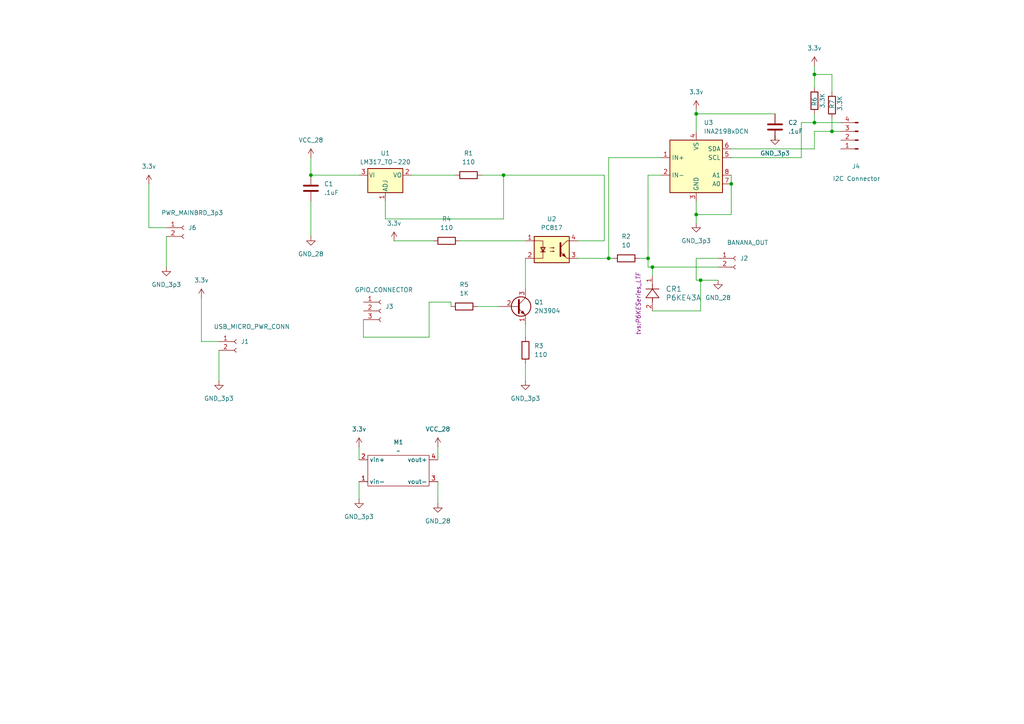
<source format=kicad_sch>
(kicad_sch (version 20231120) (generator "eeschema") (generator_version "8.0")
  (paper "A4")
  (lib_symbols
    (symbol "Connector:Conn_01x02_Socket" (pin_names (offset 1.016) hide)
      (property "Reference" "J" (at 0 2.54 0))
      (property "Value" "Conn_01x02_Socket" (at 0 -5.08 0))
      (symbol "Conn_01x02_Socket_1_1"
        (arc (start 0 -2.032) (mid -0.5058 -2.54) (end 0 -3.048) (stroke (width 0.1524)))
        (polyline (pts (xy -1.27 -2.54) (xy -0.508 -2.54)) (stroke (width 0.1524)))
        (polyline (pts (xy -1.27 0) (xy -0.508 0)) (stroke (width 0.1524)))
        (arc (start 0 0.508) (mid -0.5058 0) (end 0 -0.508) (stroke (width 0.1524)))
        (pin passive line (at -5.08 0 0) (length 3.81) (name "Pin_1") (number "1"))
        (pin passive line (at -5.08 -2.54 0) (length 3.81) (name "Pin_2") (number "2"))
      )
    )
    (symbol "Connector:Conn_01x03_Socket" (pin_names (offset 1.016) hide)
      (property "Reference" "J" (at 0 5.08 0))
      (property "Value" "Conn_01x03_Socket" (at 0 -5.08 0))
      (symbol "Conn_01x03_Socket_1_1"
        (arc (start 0 -2.032) (mid -0.5058 -2.54) (end 0 -3.048) (stroke (width 0.1524)))
        (polyline (pts (xy -1.27 -2.54) (xy -0.508 -2.54)) (stroke (width 0.1524)))
        (polyline (pts (xy -1.27 0) (xy -0.508 0)) (stroke (width 0.1524)))
        (polyline (pts (xy -1.27 2.54) (xy -0.508 2.54)) (stroke (width 0.1524)))
        (arc (start 0 0.508) (mid -0.5058 0) (end 0 -0.508) (stroke (width 0.1524)))
        (arc (start 0 3.048) (mid -0.5058 2.54) (end 0 2.032) (stroke (width 0.1524)))
        (pin passive line (at -5.08 2.54 0) (length 3.81) (name "Pin_1") (number "1"))
        (pin passive line (at -5.08 0 0) (length 3.81) (name "Pin_2") (number "2"))
        (pin passive line (at -5.08 -2.54 0) (length 3.81) (name "Pin_3") (number "3"))
      )
    )
    (symbol "Connector:Conn_01x04_Pin" (pin_names (offset 1.016) hide)
      (property "Reference" "J" (at 0 5.08 0))
      (property "Value" "Conn_01x04_Pin" (at 0 -7.62 0))
      (symbol "Conn_01x04_Pin_1_1"
        (polyline (pts (xy 1.27 -5.08) (xy 0.8636 -5.08)) (stroke (width 0.1524)))
        (polyline (pts (xy 1.27 -2.54) (xy 0.8636 -2.54)) (stroke (width 0.1524)))
        (polyline (pts (xy 1.27 0) (xy 0.8636 0)) (stroke (width 0.1524)))
        (polyline (pts (xy 1.27 2.54) (xy 0.8636 2.54)) (stroke (width 0.1524)))
        (rectangle (start 0.8636 -4.953) (end 0 -5.207) (stroke (width 0.1524)) (fill (type outline)))
        (rectangle (start 0.8636 -2.413) (end 0 -2.667) (stroke (width 0.1524)) (fill (type outline)))
        (rectangle (start 0.8636 0.127) (end 0 -0.127) (stroke (width 0.1524)) (fill (type outline)))
        (rectangle (start 0.8636 2.667) (end 0 2.413) (stroke (width 0.1524)) (fill (type outline)))
        (pin passive line (at 5.08 2.54 180) (length 3.81) (name "Pin_1") (number "1"))
        (pin passive line (at 5.08 0 180) (length 3.81) (name "Pin_2") (number "2"))
        (pin passive line (at 5.08 -2.54 180) (length 3.81) (name "Pin_3") (number "3"))
        (pin passive line (at 5.08 -5.08 180) (length 3.81) (name "Pin_4") (number "4"))
      )
    )
    (symbol "Device:C" (pin_numbers hide) (pin_names (offset 0.254))
      (property "Reference" "C" (at 0.635 2.54 0))
      (property "Value" "C" (at 0.635 -2.54 0))
      (symbol "C_0_1"
        (polyline (pts (xy -2.032 -0.762) (xy 2.032 -0.762)) (stroke (width 0.508)))
        (polyline (pts (xy -2.032 0.762) (xy 2.032 0.762)) (stroke (width 0.508)))
      )
      (symbol "C_1_1"
        (pin passive line (at 0 3.81 270) (length 2.794) (name "~") (number "1"))
        (pin passive line (at 0 -3.81 90) (length 2.794) (name "~") (number "2"))
      )
    )
    (symbol "Device:R" (pin_numbers hide) (pin_names (offset 0))
      (property "Reference" "R" (at 2.032 0 90))
      (property "Value" "R" (at 0 0 90))
      (symbol "R_0_1"
        (rectangle (start -1.016 -2.54) (end 1.016 2.54) (stroke (width 0.254)))
      )
      (symbol "R_1_1"
        (pin passive line (at 0 3.81 270) (length 1.27) (name "~") (number "1"))
        (pin passive line (at 0 -3.81 90) (length 1.27) (name "~") (number "2"))
      )
    )
    (symbol "Isolator:PC817" (pin_names (offset 1.016))
      (property "Reference" "U" (at -5.08 5.08 0))
      (property "Value" "PC817" (at 0 5.08 0))
      (symbol "PC817_0_1"
        (rectangle (start -5.08 3.81) (end 5.08 -3.81) (stroke (width 0.254)) (fill (type background)))
        (polyline (pts (xy -3.175 -0.635) (xy -1.905 -0.635)) (stroke (width 0.254)))
        (polyline (pts (xy 2.54 0.635) (xy 4.445 2.54)))
        (polyline (pts (xy 4.445 -2.54) (xy 2.54 -0.635)) (fill (type outline)))
        (polyline (pts (xy 4.445 -2.54) (xy 5.08 -2.54)))
        (polyline (pts (xy 4.445 2.54) (xy 5.08 2.54)))
        (polyline (pts (xy -5.08 2.54) (xy -2.54 2.54) (xy -2.54 -0.635)))
        (polyline (pts (xy -2.54 -0.635) (xy -2.54 -2.54) (xy -5.08 -2.54)))
        (polyline (pts (xy 2.54 1.905) (xy 2.54 -1.905) (xy 2.54 -1.905)) (stroke (width 0.508)))
        (polyline (pts (xy -2.54 -0.635) (xy -3.175 0.635) (xy -1.905 0.635) (xy -2.54 -0.635)) (stroke (width 0.254)))
        (polyline (pts (xy -0.508 -0.508) (xy 0.762 -0.508) (xy 0.381 -0.635) (xy 0.381 -0.381) (xy 0.762 -0.508)))
        (polyline (pts (xy -0.508 0.508) (xy 0.762 0.508) (xy 0.381 0.381) (xy 0.381 0.635) (xy 0.762 0.508)))
        (polyline (pts (xy 3.048 -1.651) (xy 3.556 -1.143) (xy 4.064 -2.159) (xy 3.048 -1.651) (xy 3.048 -1.651)) (fill (type outline)))
      )
      (symbol "PC817_1_1"
        (pin passive line (at -7.62 2.54 0) (length 2.54) (name "~") (number "1"))
        (pin passive line (at -7.62 -2.54 0) (length 2.54) (name "~") (number "2"))
        (pin passive line (at 7.62 -2.54 180) (length 2.54) (name "~") (number "3"))
        (pin passive line (at 7.62 2.54 180) (length 2.54) (name "~") (number "4"))
      )
    )
    (symbol "PWR_MODULES:MT3608_USB"
      (property "Reference" "M" (at 6.604 -1.27 0))
      (symbol "MT3608_USB_0_1"
        (rectangle (start -1.27 8.89) (end 16.51 0))
      )
      (symbol "MT3608_USB_1_1"
        (pin input line (at -3.81 1.27 0) (length 2.54) (name "vin-") (number "1"))
        (pin input line (at -3.81 7.62 0) (length 2.54) (name "vin+") (number "2"))
        (pin input line (at 19.05 1.27 180) (length 2.54) (name "vout-") (number "3"))
        (pin input line (at 19.05 7.62 180) (length 2.54) (name "vout+") (number "4"))
      )
    )
    (symbol "Regulator_Linear:LM317_TO-220" (pin_names (offset 0.254))
      (property "Reference" "U" (at -3.81 3.175 0))
      (property "Value" "LM317_TO-220" (at 0 3.175 0))
      (symbol "LM317_TO-220_0_1"
        (rectangle (start -5.08 1.905) (end 5.08 -5.08) (stroke (width 0.254)) (fill (type background)))
      )
      (symbol "LM317_TO-220_1_1"
        (pin input line (at 0 -7.62 90) (length 2.54) (name "ADJ") (number "1"))
        (pin power_out line (at 7.62 0 180) (length 2.54) (name "VO") (number "2"))
        (pin power_in line (at -7.62 0 0) (length 2.54) (name "VI") (number "3"))
      )
    )
    (symbol "Sensor_Energy:INA219BxDCN"
      (property "Reference" "U" (at -6.35 8.89 0))
      (property "Value" "INA219BxDCN" (at 6.35 8.89 0))
      (symbol "INA219BxDCN_0_1"
        (rectangle (start -7.62 7.62) (end 7.62 -7.62) (stroke (width 0.254)) (fill (type background)))
      )
      (symbol "INA219BxDCN_1_1"
        (pin input line (at -10.16 2.54 0) (length 2.54) (name "IN+") (number "1"))
        (pin input line (at -10.16 -2.54 0) (length 2.54) (name "IN-") (number "2"))
        (pin power_in line (at 0 -10.16 90) (length 2.54) (name "GND") (number "3"))
        (pin power_in line (at 0 10.16 270) (length 2.54) (name "VS") (number "4"))
        (pin input line (at 10.16 2.54 180) (length 2.54) (name "SCL") (number "5"))
        (pin bidirectional line (at 10.16 5.08 180) (length 2.54) (name "SDA") (number "6"))
        (pin input line (at 10.16 -5.08 180) (length 2.54) (name "A0") (number "7"))
        (pin input line (at 10.16 -2.54 180) (length 2.54) (name "A1") (number "8"))
      )
    )
    (symbol "TVS_P6KE43A:P6KE43A" (pin_names (offset 0.254))
      (property "Reference" "CR" (at 5.08 4.445 0))
      (property "Value" "P6KE43A" (at 5.08 -3.81 0))
      (symbol "P6KE43A_1_1"
        (polyline (pts (xy 2.54 0) (xy 3.4798 0)) (stroke (width 0.2032)))
        (polyline (pts (xy 3.175 0) (xy 3.81 0)) (stroke (width 0.2032)))
        (polyline (pts (xy 3.81 -1.905) (xy 6.35 0)) (stroke (width 0.2032)))
        (polyline (pts (xy 3.81 1.905) (xy 3.81 -1.905)) (stroke (width 0.2032)))
        (polyline (pts (xy 6.35 -1.905) (xy 6.35 1.905)) (stroke (width 0.2032)))
        (polyline (pts (xy 6.35 0) (xy 3.81 1.905)) (stroke (width 0.2032)))
        (polyline (pts (xy 6.35 0) (xy 7.62 0)) (stroke (width 0.2032)))
        (pin unspecified line (at 10.16 0 180) (length 2.54) (name "") (number "1"))
        (pin unspecified line (at 0 0 0) (length 2.54) (name "") (number "2"))
      )
      (symbol "P6KE43A_1_2"
        (polyline (pts (xy -1.905 3.81) (xy 1.905 3.81)) (stroke (width 0.2032)))
        (polyline (pts (xy 0 2.54) (xy 0 3.4798)) (stroke (width 0.2032)))
        (polyline (pts (xy 0 3.175) (xy 0 3.81)) (stroke (width 0.2032)))
        (polyline (pts (xy 0 6.35) (xy -1.905 3.81)) (stroke (width 0.2032)))
        (polyline (pts (xy 0 6.35) (xy 0 7.62)) (stroke (width 0.2032)))
        (polyline (pts (xy 1.905 3.81) (xy 0 6.35)) (stroke (width 0.2032)))
        (polyline (pts (xy 1.905 6.35) (xy -1.905 6.35)) (stroke (width 0.2032)))
        (pin unspecified line (at 0 10.16 270) (length 2.54) (name "") (number "1"))
        (pin unspecified line (at 0 0 90) (length 2.54) (name "") (number "2"))
      )
    )
    (symbol "Transistor_BJT:2N3904" (pin_names (offset 0) hide)
      (property "Reference" "Q" (at 5.08 1.905 0))
      (property "Value" "2N3904" (at 5.08 0 0))
      (symbol "2N3904_0_1"
        (polyline (pts (xy 0.635 0.635) (xy 2.54 2.54)))
        (polyline (pts (xy 0.635 -0.635) (xy 2.54 -2.54) (xy 2.54 -2.54)))
        (polyline (pts (xy 0.635 1.905) (xy 0.635 -1.905) (xy 0.635 -1.905)) (stroke (width 0.508)))
        (polyline (pts (xy 1.27 -1.778) (xy 1.778 -1.27) (xy 2.286 -2.286) (xy 1.27 -1.778) (xy 1.27 -1.778)) (fill (type outline)))
        (circle (center 1.27 0) (radius 2.8194) (stroke (width 0.254)))
      )
      (symbol "2N3904_1_1"
        (pin passive line (at 2.54 -5.08 90) (length 2.54) (name "E") (number "1"))
        (pin passive line (at -5.08 0 0) (length 5.715) (name "B") (number "2"))
        (pin passive line (at 2.54 5.08 270) (length 2.54) (name "C") (number "3"))
      )
    )
    (symbol "power:GND" (power) (pin_numbers hide) (pin_names (offset 0) hide)
      (property "Value" "GND" (at 0 -3.81 0))
      (symbol "GND_0_1"
        (polyline (pts (xy 0 0) (xy 0 -1.27) (xy 1.27 -1.27) (xy 0 -2.54) (xy -1.27 -1.27) (xy 0 -1.27)))
      )
      (symbol "GND_1_1"
        (pin power_in line (at 0 0 270) (length 0) (name "~") (number "1"))
      )
    )
    (symbol "power:VCC" (power) (pin_numbers hide) (pin_names (offset 0) hide)
      (property "Value" "VCC" (at 0 3.556 0))
      (symbol "VCC_0_1"
        (polyline (pts (xy -0.762 1.27) (xy 0 2.54)))
        (polyline (pts (xy 0 0) (xy 0 2.54)))
        (polyline (pts (xy 0 2.54) (xy 0.762 1.27)))
      )
      (symbol "VCC_1_1"
        (pin power_in line (at 0 0 90) (length 0) (name "~") (number "1"))
      )
    )
  )
  (junction (at 189.23 77.47))
  (junction (at 90.17 50.8))
  (junction (at 201.93 62.23))
  (junction (at 212.09 53.34))
  (junction (at 236.22 35.56))
  (junction (at 146.05 50.8))
  (junction (at 201.93 33.02))
  (junction (at 187.96 74.93))
  (junction (at 236.22 21.59))
  (junction (at 203.2 81.28))
  (junction (at 176.53 74.93))
  (junction (at 241.3 38.1))
  (wire (pts (xy 127 129.54) (xy 127 133.35)))
  (wire (pts (xy 187.96 50.8) (xy 187.96 74.93)))
  (wire (pts (xy 119.38 50.8) (xy 132.08 50.8)))
  (wire (pts (xy 43.18 53.34) (xy 43.18 66.04)))
  (wire (pts (xy 191.77 45.72) (xy 176.53 45.72)))
  (wire (pts (xy 152.4 105.41) (xy 152.4 110.49)))
  (wire (pts (xy 90.17 50.8) (xy 104.14 50.8)))
  (wire (pts (xy 43.18 66.04) (xy 48.26 66.04)))
  (wire (pts (xy 48.26 68.58) (xy 48.26 77.47)))
  (wire (pts (xy 58.42 99.06) (xy 63.5 99.06)))
  (wire (pts (xy 236.22 19.05) (xy 236.22 21.59)))
  (wire (pts (xy 114.3 69.85) (xy 125.73 69.85)))
  (wire (pts (xy 208.28 74.93) (xy 201.93 74.93)))
  (wire (pts (xy 232.41 35.56) (xy 236.22 35.56)))
  (wire (pts (xy 212.09 53.34) (xy 212.09 62.23)))
  (wire (pts (xy 236.22 43.18) (xy 236.22 38.1)))
  (wire (pts (xy 175.26 69.85) (xy 175.26 50.8)))
  (wire (pts (xy 146.05 63.5) (xy 111.76 63.5)))
  (wire (pts (xy 212.09 62.23) (xy 201.93 62.23)))
  (wire (pts (xy 185.42 74.93) (xy 187.96 74.93)))
  (wire (pts (xy 241.3 26.67) (xy 241.3 21.59)))
  (wire (pts (xy 152.4 74.93) (xy 152.4 83.82)))
  (wire (pts (xy 189.23 77.47) (xy 187.96 77.47)))
  (wire (pts (xy 201.93 33.02) (xy 201.93 38.1)))
  (wire (pts (xy 127 139.7) (xy 127 146.05)))
  (wire (pts (xy 224.79 39.37) (xy 224.79 40.64)))
  (wire (pts (xy 201.93 33.02) (xy 224.79 33.02)))
  (wire (pts (xy 124.46 97.79) (xy 124.46 87.63)))
  (wire (pts (xy 201.93 81.28) (xy 203.2 81.28)))
  (wire (pts (xy 203.2 90.17) (xy 203.2 81.28)))
  (wire (pts (xy 58.42 86.36) (xy 58.42 99.06)))
  (wire (pts (xy 105.41 92.71) (xy 105.41 97.79)))
  (wire (pts (xy 152.4 93.98) (xy 152.4 97.79)))
  (wire (pts (xy 236.22 21.59) (xy 236.22 25.4)))
  (wire (pts (xy 201.93 31.75) (xy 201.93 33.02)))
  (wire (pts (xy 138.43 88.9) (xy 144.78 88.9)))
  (wire (pts (xy 90.17 58.42) (xy 90.17 68.58)))
  (wire (pts (xy 167.64 69.85) (xy 175.26 69.85)))
  (wire (pts (xy 104.14 129.54) (xy 104.14 133.35)))
  (wire (pts (xy 176.53 45.72) (xy 176.53 74.93)))
  (wire (pts (xy 176.53 74.93) (xy 177.8 74.93)))
  (wire (pts (xy 201.93 58.42) (xy 201.93 62.23)))
  (wire (pts (xy 146.05 50.8) (xy 146.05 63.5)))
  (wire (pts (xy 236.22 38.1) (xy 241.3 38.1)))
  (wire (pts (xy 133.35 69.85) (xy 152.4 69.85)))
  (wire (pts (xy 241.3 34.29) (xy 241.3 38.1)))
  (wire (pts (xy 201.93 62.23) (xy 201.93 64.77)))
  (wire (pts (xy 187.96 77.47) (xy 187.96 74.93)))
  (wire (pts (xy 105.41 97.79) (xy 124.46 97.79)))
  (wire (pts (xy 175.26 50.8) (xy 146.05 50.8)))
  (wire (pts (xy 139.7 50.8) (xy 146.05 50.8)))
  (wire (pts (xy 201.93 74.93) (xy 201.93 81.28)))
  (wire (pts (xy 189.23 90.17) (xy 203.2 90.17)))
  (wire (pts (xy 212.09 50.8) (xy 212.09 53.34)))
  (wire (pts (xy 167.64 74.93) (xy 176.53 74.93)))
  (wire (pts (xy 236.22 35.56) (xy 243.84 35.56)))
  (wire (pts (xy 232.41 45.72) (xy 232.41 35.56)))
  (wire (pts (xy 208.28 77.47) (xy 189.23 77.47)))
  (wire (pts (xy 236.22 33.02) (xy 236.22 35.56)))
  (wire (pts (xy 90.17 45.72) (xy 90.17 50.8)))
  (wire (pts (xy 212.09 45.72) (xy 232.41 45.72)))
  (wire (pts (xy 111.76 58.42) (xy 111.76 63.5)))
  (wire (pts (xy 241.3 21.59) (xy 236.22 21.59)))
  (wire (pts (xy 104.14 139.7) (xy 104.14 144.78)))
  (wire (pts (xy 63.5 101.6) (xy 63.5 110.49)))
  (wire (pts (xy 191.77 50.8) (xy 187.96 50.8)))
  (wire (pts (xy 189.23 77.47) (xy 189.23 80.01)))
  (wire (pts (xy 241.3 38.1) (xy 243.84 38.1)))
  (wire (pts (xy 203.2 81.28) (xy 208.28 81.28)))
  (wire (pts (xy 130.81 87.63) (xy 130.81 88.9)))
  (wire (pts (xy 124.46 87.63) (xy 130.81 87.63)))
  (wire (pts (xy 212.09 43.18) (xy 236.22 43.18)))
  (symbol (lib_id "power:VCC") (at 201.93 31.75 0) (unit 1)
    (property "Reference" "#PWR08" (effects (hide yes)))
    (property "Value" "3.3v" (at 201.93 26.67 0))
    (property "Description" "Power symbol creates a global label with name \"VCC\"" (effects (hide yes)))
  )
  (symbol (lib_id "power:GND") (at 152.4 110.49 0) (unit 1)
    (property "Reference" "#PWR02" (effects (hide yes)))
    (property "Value" "GND_3p3" (at 152.4 115.57 0))
    (property "Description" "Power symbol creates a global label with name \"GND\" , ground" (effects (hide yes)))
  )
  (symbol (lib_id "PWR_MODULES:MT3608_USB") (at 107.95 140.97 0) (unit 1)
    (property "Reference" "M1" (at 115.57 128.27 0))
    (property "Value" "~" (at 115.57 130.81 0))
    (property "Footprint" "PWR_MODULES:CMT3608_PWR_MODULE_w_USB" (effects (hide yes)))
  )
  (symbol (lib_id "power:VCC") (at 114.3 69.85 0) (unit 1)
    (property "Reference" "#PWR04" (effects (hide yes)))
    (property "Value" "3.3v" (at 114.3 64.77 0))
    (property "Description" "Power symbol creates a global label with name \"VCC\"" (effects (hide yes)))
  )
  (symbol (lib_id "power:VCC") (at 127 129.54 0) (unit 1)
    (property "Reference" "#PWR012" (effects (hide yes)))
    (property "Value" "VCC_28" (at 127 124.46 0))
    (property "Description" "Power symbol creates a global label with name \"VCC\"" (effects (hide yes)))
  )
  (symbol (lib_id "Device:R") (at 134.62 88.9 90) (unit 1)
    (property "Reference" "R5" (at 134.62 82.55 90))
    (property "Value" "1K" (at 134.62 85.09 90))
    (property "Footprint" "Resistor_THT:R_Axial_DIN0207_L6.3mm_D2.5mm_P7.62mm_Horizontal" (effects (hide yes)))
    (property "Description" "Resistor" (effects (hide yes)))
  )
  (symbol (lib_id "power:VCC") (at 90.17 45.72 0) (unit 1)
    (property "Reference" "#PWR018" (effects (hide yes)))
    (property "Value" "VCC_28" (at 90.17 40.64 0))
    (property "Description" "Power symbol creates a global label with name \"VCC\"" (effects (hide yes)))
  )
  (symbol (lib_id "Device:R") (at 129.54 69.85 90) (unit 1)
    (property "Reference" "R4" (at 129.54 63.5 90))
    (property "Value" "110" (at 129.54 66.04 90))
    (property "Footprint" "Resistor_THT:R_Axial_DIN0207_L6.3mm_D2.5mm_P7.62mm_Horizontal" (effects (hide yes)))
    (property "Description" "Resistor" (effects (hide yes)))
  )
  (symbol (lib_id "Device:R") (at 241.3 30.48 0) (mirror x) (unit 1)
    (property "Reference" "R7" (at 241.3 30.226 90))
    (property "Value" "3.3K" (at 243.586 29.972 90))
    (property "Footprint" "Resistor_THT:R_Axial_DIN0207_L6.3mm_D2.5mm_P7.62mm_Horizontal" (effects (hide yes)))
    (property "Description" "Resistor" (effects (hide yes)))
  )
  (symbol (lib_id "power:GND") (at 127 146.05 0) (unit 1)
    (property "Reference" "#PWR013" (effects (hide yes)))
    (property "Value" "GND_28" (at 127 151.13 0))
    (property "Description" "Power symbol creates a global label with name \"GND\" , ground" (effects (hide yes)))
  )
  (symbol (lib_id "Isolator:PC817") (at 160.02 72.39 0) (unit 1)
    (property "Reference" "U2" (at 160.02 63.5 0))
    (property "Value" "PC817" (at 160.02 66.04 0))
    (property "Footprint" "Package_DIP:DIP-4_W7.62mm" (effects (hide yes)))
    (property "Datasheet" "http://www.soselectronic.cz/a_info/resource/d/pc817.pdf" (effects (hide yes)))
    (property "Description" "DC Optocoupler, Vce 35V, CTR 50-300%, DIP-4" (effects (hide yes)))
  )
  (symbol (lib_id "Connector:Conn_01x04_Pin") (at 248.92 40.64 180) (unit 1)
    (property "Reference" "J4" (at 248.285 48.26 0))
    (property "Value" "I2C Connector" (at 248.412 51.816 0))
    (property "Footprint" "Connector_JST:JST_PH_B4B-PH-K_1x04_P2.00mm_Vertical" (effects (hide yes)))
    (property "Description" "Generic connector, single row, 01x04, script generated" (effects (hide yes)))
  )
  (symbol (lib_id "Connector:Conn_01x02_Socket") (at 213.36 74.93 0) (unit 1)
    (property "Reference" "J2" (at 214.63 74.9299 0) (effects (justify left)))
    (property "Value" "BANANA_OUT" (at 210.82 70.358 0) (effects (justify left)))
    (property "Footprint" "Connector_JST:JST_PH_B2B-PH-K_1x02_P2.00mm_Vertical" (effects (hide yes)))
    (property "Description" "Generic connector, single row, 01x02, script generated" (effects (hide yes)))
  )
  (symbol (lib_id "Connector:Conn_01x02_Socket") (at 68.58 99.06 0) (unit 1)
    (property "Reference" "J1" (at 69.85 99.0599 0) (effects (justify left)))
    (property "Value" "USB_MICRO_PWR_CONN" (at 61.976 94.742 0) (effects (justify left)))
    (property "Footprint" "Connector_JST:JST_PH_B2B-PH-K_1x02_P2.00mm_Vertical" (effects (hide yes)))
    (property "Description" "Generic connector, single row, 01x02, script generated" (effects (hide yes)))
  )
  (symbol (lib_id "Device:C") (at 90.17 54.61 0) (unit 1)
    (property "Reference" "C1" (at 93.98 53.3399 0) (effects (justify left)))
    (property "Value" ".1uF" (at 93.98 55.8799 0) (effects (justify left)))
    (property "Footprint" "Capacitor_THT:C_Disc_D5.1mm_W3.2mm_P5.00mm" (effects (hide yes)))
    (property "Description" "Unpolarized capacitor" (effects (hide yes)))
  )
  (symbol (lib_id "Connector:Conn_01x02_Socket") (at 53.34 66.04 0) (unit 1)
    (property "Reference" "J6" (at 54.61 66.0399 0) (effects (justify left)))
    (property "Value" "PWR_MAINBRD_3p3" (at 46.736 61.722 0) (effects (justify left)))
    (property "Footprint" "Connector_JST:JST_PH_B2B-PH-K_1x02_P2.00mm_Vertical" (effects (hide yes)))
    (property "Description" "Generic connector, single row, 01x02, script generated" (effects (hide yes)))
  )
  (symbol (lib_id "power:GND") (at 201.93 64.77 0) (unit 1)
    (property "Reference" "#PWR09" (effects (hide yes)))
    (property "Value" "GND_3p3" (at 201.93 69.85 0))
    (property "Description" "Power symbol creates a global label with name \"GND\" , ground" (effects (hide yes)))
  )
  (symbol (lib_id "power:GND") (at 63.5 110.49 0) (unit 1)
    (property "Reference" "#PWR05" (effects (hide yes)))
    (property "Value" "GND_3p3" (at 63.5 115.57 0))
    (property "Description" "Power symbol creates a global label with name \"GND\" , ground" (effects (hide yes)))
  )
  (symbol (lib_id "Device:R") (at 236.22 29.21 0) (mirror x) (unit 1)
    (property "Reference" "R6" (at 236.22 29.464 90))
    (property "Value" "3.3K" (at 238.506 29.21 90))
    (property "Footprint" "Resistor_THT:R_Axial_DIN0207_L6.3mm_D2.5mm_P7.62mm_Horizontal" (effects (hide yes)))
    (property "Description" "Resistor" (effects (hide yes)))
  )
  (symbol (lib_id "Connector:Conn_01x03_Socket") (at 110.49 90.17 0) (unit 1)
    (property "Reference" "J3" (at 111.76 88.8999 0) (effects (justify left)))
    (property "Value" "GPIO_CONNECTOR" (at 102.87 84.074 0) (effects (justify left)))
    (property "Footprint" "Connector_JST:JST_PH_B3B-PH-K_1x03_P2.00mm_Vertical" (effects (hide yes)))
    (property "Description" "Generic connector, single row, 01x03, script generated" (effects (hide yes)))
  )
  (symbol (lib_id "Device:R") (at 135.89 50.8 270) (unit 1)
    (property "Reference" "R1" (at 135.89 44.45 90))
    (property "Value" "110" (at 135.89 46.99 90))
    (property "Footprint" "Resistor_THT:R_Axial_DIN0207_L6.3mm_D2.5mm_P7.62mm_Horizontal" (effects (hide yes)))
    (property "Description" "Resistor" (effects (hide yes)))
  )
  (symbol (lib_id "power:GND") (at 90.17 68.58 0) (unit 1)
    (property "Reference" "#PWR01" (effects (hide yes)))
    (property "Value" "GND_28" (at 90.17 73.66 0))
    (property "Description" "Power symbol creates a global label with name \"GND\" , ground" (effects (hide yes)))
  )
  (symbol (lib_id "power:VCC") (at 104.14 129.54 0) (unit 1)
    (property "Reference" "#PWR019" (effects (hide yes)))
    (property "Value" "3.3v" (at 104.14 124.46 0))
    (property "Description" "Power symbol creates a global label with name \"VCC\"" (effects (hide yes)))
  )
  (symbol (lib_id "power:GND") (at 224.79 39.37 0) (unit 1)
    (property "Reference" "#PWR010" (effects (hide yes)))
    (property "Value" "GND_3p3" (at 224.79 44.45 0))
    (property "Description" "Power symbol creates a global label with name \"GND\" , ground" (effects (hide yes)))
  )
  (symbol (lib_id "power:GND") (at 104.14 144.78 0) (unit 1)
    (property "Reference" "#PWR020" (effects (hide yes)))
    (property "Value" "GND_3p3" (at 104.14 149.86 0))
    (property "Description" "Power symbol creates a global label with name \"GND\" , ground" (effects (hide yes)))
  )
  (symbol (lib_id "Regulator_Linear:LM317_TO-220") (at 111.76 50.8 0) (unit 1)
    (property "Reference" "U1" (at 111.76 44.45 0))
    (property "Value" "LM317_TO-220" (at 111.76 46.99 0))
    (property "Footprint" "Package_TO_SOT_THT:TO-220-3_Vertical" (effects (hide yes)))
    (property "Datasheet" "http://www.ti.com/lit/ds/symlink/lm317.pdf" (effects (hide yes)))
    (property "Description" "1.5A 35V Adjustable Linear Regulator, TO-220" (effects (hide yes)))
  )
  (symbol (lib_id "power:VCC") (at 236.22 19.05 0) (unit 1)
    (property "Reference" "#PWR07" (effects (hide yes)))
    (property "Value" "3.3v" (at 236.22 13.97 0))
    (property "Description" "Power symbol creates a global label with name \"VCC\"" (effects (hide yes)))
  )
  (symbol (lib_id "power:GND") (at 48.26 77.47 0) (unit 1)
    (property "Reference" "#PWR015" (effects (hide yes)))
    (property "Value" "GND_3p3" (at 48.26 82.55 0))
    (property "Description" "Power symbol creates a global label with name \"GND\" , ground" (effects (hide yes)))
  )
  (symbol (lib_id "Device:R") (at 181.61 74.93 90) (mirror x) (unit 1)
    (property "Reference" "R2" (at 181.61 68.58 90))
    (property "Value" "10" (at 181.61 71.12 90))
    (property "Footprint" "Resistor_THT:R_Axial_DIN0207_L6.3mm_D2.5mm_P7.62mm_Horizontal" (effects (hide yes)))
    (property "Description" "Resistor" (effects (hide yes)))
  )
  (symbol (lib_id "Transistor_BJT:2N3904") (at 149.86 88.9 0) (unit 1)
    (property "Reference" "Q1" (at 154.94 87.6299 0) (effects (justify left)))
    (property "Value" "2N3904" (at 154.94 90.1699 0) (effects (justify left)))
    (property "Footprint" "Package_TO_SOT_THT:TO-92_Inline" (effects (hide yes)))
    (property "Datasheet" "https://www.onsemi.com/pub/Collateral/2N3903-D.PDF" (effects (hide yes)))
    (property "Description" "0.2A Ic, 40V Vce, Small Signal NPN Transistor, TO-92" (effects (hide yes)))
  )
  (symbol (lib_id "power:VCC") (at 43.18 53.34 0) (unit 1)
    (property "Reference" "#PWR014" (effects (hide yes)))
    (property "Value" "3.3v" (at 43.18 48.26 0))
    (property "Description" "Power symbol creates a global label with name \"VCC\"" (effects (hide yes)))
  )
  (symbol (lib_id "power:VCC") (at 58.42 86.36 0) (unit 1)
    (property "Reference" "#PWR03" (effects (hide yes)))
    (property "Value" "3.3v" (at 58.42 81.28 0))
    (property "Description" "Power symbol creates a global label with name \"VCC\"" (effects (hide yes)))
  )
  (symbol (lib_id "Device:C") (at 224.79 36.83 0) (unit 1)
    (property "Reference" "C2" (at 228.6 35.5599 0) (effects (justify left)))
    (property "Value" ".1uF" (at 228.6 38.0999 0) (effects (justify left)))
    (property "Footprint" "Capacitor_THT:C_Disc_D5.1mm_W3.2mm_P5.00mm" (effects (hide yes)))
    (property "Description" "Unpolarized capacitor" (effects (hide yes)))
  )
  (symbol (lib_id "Sensor_Energy:INA219BxDCN") (at 201.93 48.26 0) (unit 1)
    (property "Reference" "U3" (at 204.1241 35.56 0) (effects (justify left)))
    (property "Value" "INA219BxDCN" (at 204.1241 38.1 0) (effects (justify left)))
    (property "Footprint" "Package_TO_SOT_SMD:SOT-23-8" (effects (hide yes)))
    (property "Datasheet" "http://www.ti.com/lit/ds/symlink/ina219.pdf" (effects (hide yes)))
    (property "Description" "Zero-Drift, HighAccuracy, Bidirectional Current/Power Monitor (0-26V) With I2C Interface, SOT-23-8" (effects (hide yes)))
  )
  (symbol (lib_id "power:GND") (at 208.28 81.28 0) (mirror y) (unit 1)
    (property "Reference" "#PWR06" (effects (hide yes)))
    (property "Value" "GND_28" (at 208.28 86.36 0))
    (property "Description" "Power symbol creates a global label with name \"GND\" , ground" (effects (hide yes)))
  )
  (symbol (lib_id "TVS_P6KE43A:P6KE43A") (at 189.23 90.17 90) (unit 1)
    (property "Reference" "CR1" (at 193.04 83.8199 90) (effects (font (size 1.524 1.524)) (justify right)))
    (property "Value" "P6KE43A" (at 193.04 86.3599 90) (effects (font (size 1.524 1.524)) (justify right)))
    (property "Footprint" "tvs:P6KESeries_LTF" (at 185.166 88.138 0) (effects (font (italic yes))))
    (property "Datasheet" "P6KE43A" (effects (hide yes)))
  )
  (symbol (lib_id "Device:R") (at 152.4 101.6 180) (unit 1)
    (property "Reference" "R3" (at 154.94 100.3299 0) (effects (justify right)))
    (property "Value" "110" (at 154.94 102.8699 0) (effects (justify right)))
    (property "Footprint" "Resistor_THT:R_Axial_DIN0207_L6.3mm_D2.5mm_P7.62mm_Horizontal" (effects (hide yes)))
    (property "Description" "Resistor" (effects (hide yes)))
  )
)
</source>
